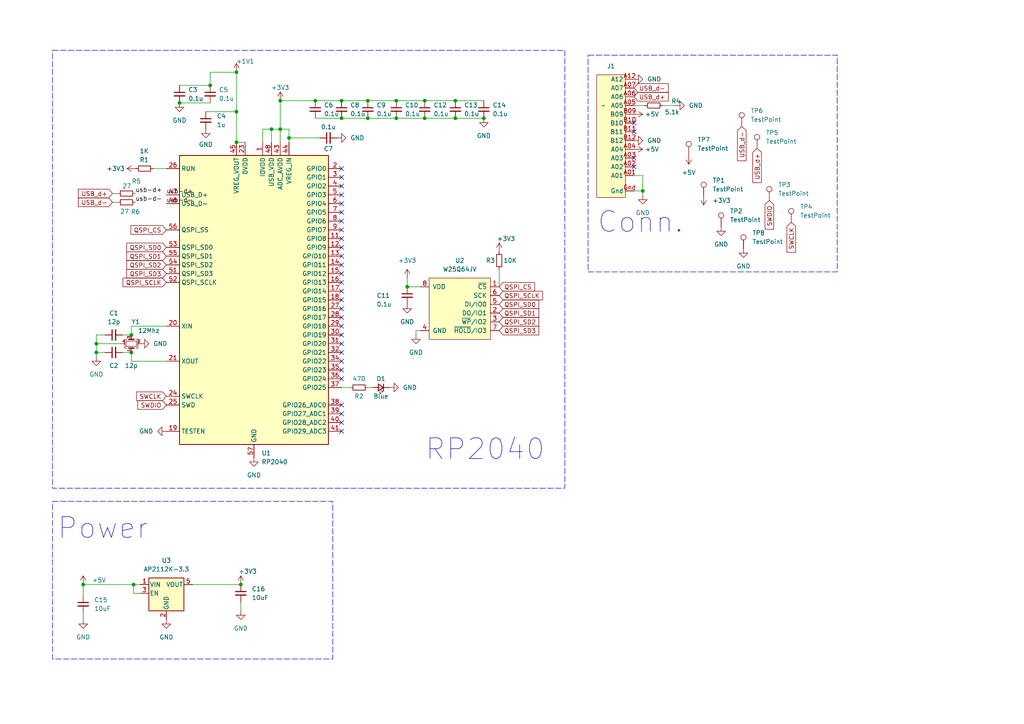
<source format=kicad_sch>
(kicad_sch (version 20230121) (generator eeschema)
  (paper "A4")
  (lib_symbols
    (symbol "CM4IO:TestPoint" (pin_numbers hide) (pin_names (offset 0.762) hide)
      (property "Reference" "TP" (at 0 6.858 0))
      (property "Value" "TestPoint" (at 0 5.08 0))
      (symbol "TestPoint_0_1"
        (circle (center 0 3.302) (radius 0.762))
      )
      (symbol "TestPoint_1_1"
        (pin passive line (at 0 0 90) (length 2.54) (name "1") (number "1"))
      )
    )
    (symbol "Device:C_Small" (pin_numbers hide) (pin_names (offset 0.254) hide)
      (property "Reference" "C" (at 0.254 1.778 0))
      (property "Value" "C_Small" (at 0.254 -2.032 0))
      (symbol "C_Small_0_1"
        (polyline (pts (xy -1.524 -0.508) (xy 1.524 -0.508)) (stroke (width 0.3302)))
        (polyline (pts (xy -1.524 0.508) (xy 1.524 0.508)) (stroke (width 0.3048)))
      )
      (symbol "C_Small_1_1"
        (pin passive line (at 0 2.54 270) (length 2.032) (name "~") (number "1"))
        (pin passive line (at 0 -2.54 90) (length 2.032) (name "~") (number "2"))
      )
    )
    (symbol "Device:Crystal_GND24_Small" (pin_names (offset 1.016) hide)
      (property "Reference" "Y" (at 1.27 4.445 0))
      (property "Value" "Crystal_GND24_Small" (at 1.27 2.54 0))
      (symbol "Crystal_GND24_Small_0_1"
        (rectangle (start -0.762 -1.524) (end 0.762 1.524))
        (polyline (pts (xy -1.27 -0.762) (xy -1.27 0.762)) (stroke (width 0.381)))
        (polyline (pts (xy 1.27 -0.762) (xy 1.27 0.762)) (stroke (width 0.381)))
        (polyline (pts (xy -1.27 -1.27) (xy -1.27 -1.905) (xy 1.27 -1.905) (xy 1.27 -1.27)))
        (polyline (pts (xy -1.27 1.27) (xy -1.27 1.905) (xy 1.27 1.905) (xy 1.27 1.27)))
      )
      (symbol "Crystal_GND24_Small_1_1"
        (pin passive line (at -2.54 0 0) (length 1.27) (name "1") (number "1"))
        (pin passive line (at 0 -2.54 90) (length 0.635) (name "2") (number "2"))
        (pin passive line (at 2.54 0 180) (length 1.27) (name "3") (number "3"))
        (pin passive line (at 0 2.54 270) (length 0.635) (name "4") (number "4"))
      )
    )
    (symbol "Device:LED_Small" (pin_numbers hide) (pin_names (offset 0.254) hide)
      (property "Reference" "D" (at -1.27 3.175 0))
      (property "Value" "LED_Small" (at -4.445 -2.54 0))
      (symbol "LED_Small_0_1"
        (polyline (pts (xy -0.762 -1.016) (xy -0.762 1.016)) (stroke (width 0.254)))
        (polyline (pts (xy 1.016 0) (xy -0.762 0)))
        (polyline (pts (xy 0.762 -1.016) (xy -0.762 0) (xy 0.762 1.016) (xy 0.762 -1.016)) (stroke (width 0.254)))
        (polyline (pts (xy 0 0.762) (xy -0.508 1.27) (xy -0.254 1.27) (xy -0.508 1.27) (xy -0.508 1.016)))
        (polyline (pts (xy 0.508 1.27) (xy 0 1.778) (xy 0.254 1.778) (xy 0 1.778) (xy 0 1.524)))
      )
      (symbol "LED_Small_1_1"
        (pin passive line (at -2.54 0 0) (length 1.778) (name "K") (number "1"))
        (pin passive line (at 2.54 0 180) (length 1.778) (name "A") (number "2"))
      )
    )
    (symbol "Device:R_Small" (pin_numbers hide) (pin_names (offset 0.254) hide)
      (property "Reference" "R" (at 0.762 0.508 0))
      (property "Value" "R_Small" (at 0.762 -1.016 0))
      (symbol "R_Small_0_1"
        (rectangle (start -0.762 1.778) (end 0.762 -1.778) (stroke (width 0.2032)))
      )
      (symbol "R_Small_1_1"
        (pin passive line (at 0 2.54 270) (length 0.762) (name "~") (number "1"))
        (pin passive line (at 0 -2.54 90) (length 0.762) (name "~") (number "2"))
      )
    )
    (symbol "Library:PLUG-USBC-121SMT-4BS2S"
      (property "Reference" "J" (at -0.635 6.35 0))
      (symbol "PLUG-USBC-121SMT-4BS2S_1_1"
        (rectangle (start -1.905 8.89) (end 6.35 -26.67) (fill (type background)))
        (pin bidirectional line (at 8.89 -20.32 180) (length 2.54) (name "A01") (number "A01"))
        (pin bidirectional line (at 8.89 -17.78 180) (length 2.54) (name "A02") (number "A02"))
        (pin bidirectional line (at 8.89 -15.24 180) (length 2.54) (name "A03") (number "A03"))
        (pin bidirectional line (at 8.89 -12.7 180) (length 2.54) (name "A04") (number "A04"))
        (pin bidirectional line (at 8.89 0 180) (length 2.54) (name "A05") (number "A05"))
        (pin bidirectional line (at 8.89 2.54 180) (length 2.54) (name "A06") (number "A06"))
        (pin bidirectional line (at 8.89 5.08 180) (length 2.54) (name "A07") (number "A07"))
        (pin bidirectional line (at 8.89 7.62 180) (length 2.54) (name "A12") (number "A12"))
        (pin bidirectional line (at 8.89 -2.54 180) (length 2.54) (name "B09") (number "B09"))
        (pin bidirectional line (at 8.89 -5.08 180) (length 2.54) (name "B10") (number "B10"))
        (pin bidirectional line (at 8.89 -7.62 180) (length 2.54) (name "B11") (number "B11"))
        (pin bidirectional line (at 8.89 -10.16 180) (length 2.54) (name "B12") (number "B12"))
        (pin bidirectional line (at 8.89 -24.765 180) (length 2.54) (name "Gnd") (number "Gnd"))
      )
    )
    (symbol "MCU_RaspberryPi:RP2040"
      (property "Reference" "U1" (at 2.1941 -44.45 0))
      (property "Value" "RP2040" (at 2.1941 -46.99 0))
      (symbol "RP2040_0_1"
        (rectangle (start -21.59 41.91) (end 21.59 -41.91) (stroke (width 0.254)) (fill (type background)))
      )
      (symbol "RP2040_1_1"
        (pin power_in line (at 2.54 45.72 270) (length 3.81) (name "IOVDD") (number "1"))
        (pin passive line (at 2.54 45.72 270) (length 3.81) hide (name "IOVDD") (number "10"))
        (pin bidirectional line (at 25.4 17.78 180) (length 3.81) (name "GPIO8") (number "11"))
        (pin bidirectional line (at 25.4 15.24 180) (length 3.81) (name "GPIO9") (number "12"))
        (pin bidirectional line (at 25.4 12.7 180) (length 3.81) (name "GPIO10") (number "13"))
        (pin bidirectional line (at 25.4 10.16 180) (length 3.81) (name "GPIO11") (number "14"))
        (pin bidirectional line (at 25.4 7.62 180) (length 3.81) (name "GPIO12") (number "15"))
        (pin bidirectional line (at 25.4 5.08 180) (length 3.81) (name "GPIO13") (number "16"))
        (pin bidirectional line (at 25.4 2.54 180) (length 3.81) (name "GPIO14") (number "17"))
        (pin bidirectional line (at 25.4 0 180) (length 3.81) (name "GPIO15") (number "18"))
        (pin input line (at -25.4 -38.1 0) (length 3.81) (name "TESTEN") (number "19"))
        (pin bidirectional line (at 25.4 38.1 180) (length 3.81) (name "GPIO0") (number "2"))
        (pin input line (at -25.4 -7.62 0) (length 3.81) (name "XIN") (number "20"))
        (pin passive line (at -25.4 -17.78 0) (length 3.81) (name "XOUT") (number "21"))
        (pin passive line (at 2.54 45.72 270) (length 3.81) hide (name "IOVDD") (number "22"))
        (pin power_in line (at -2.54 45.72 270) (length 3.81) (name "DVDD") (number "23"))
        (pin input line (at -25.4 -27.94 0) (length 3.81) (name "SWCLK") (number "24"))
        (pin bidirectional line (at -25.4 -30.48 0) (length 3.81) (name "SWD") (number "25"))
        (pin input line (at -25.4 38.1 0) (length 3.81) (name "RUN") (number "26"))
        (pin bidirectional line (at 25.4 -2.54 180) (length 3.81) (name "GPIO16") (number "27"))
        (pin bidirectional line (at 25.4 -5.08 180) (length 3.81) (name "GPIO17") (number "28"))
        (pin bidirectional line (at 25.4 -7.62 180) (length 3.81) (name "GPIO18") (number "29"))
        (pin bidirectional line (at 25.4 35.56 180) (length 3.81) (name "GPIO1") (number "3"))
        (pin bidirectional line (at 25.4 -10.16 180) (length 3.81) (name "GPIO19") (number "30"))
        (pin bidirectional line (at 25.4 -12.7 180) (length 3.81) (name "GPIO20") (number "31"))
        (pin bidirectional line (at 25.4 -15.24 180) (length 3.81) (name "GPIO21") (number "32"))
        (pin passive line (at 2.54 45.72 270) (length 3.81) hide (name "IOVDD") (number "33"))
        (pin bidirectional line (at 25.4 -17.78 180) (length 3.81) (name "GPIO22") (number "34"))
        (pin bidirectional line (at 25.4 -20.32 180) (length 3.81) (name "GPIO23") (number "35"))
        (pin bidirectional line (at 25.4 -22.86 180) (length 3.81) (name "GPIO24") (number "36"))
        (pin bidirectional line (at 25.4 -25.4 180) (length 3.81) (name "GPIO25") (number "37"))
        (pin bidirectional line (at 25.4 -30.48 180) (length 3.81) (name "GPIO26_ADC0") (number "38"))
        (pin bidirectional line (at 25.4 -33.02 180) (length 3.81) (name "GPIO27_ADC1") (number "39"))
        (pin bidirectional line (at 25.4 33.02 180) (length 3.81) (name "GPIO2") (number "4"))
        (pin bidirectional line (at 25.4 -35.56 180) (length 3.81) (name "GPIO28_ADC2") (number "40"))
        (pin bidirectional line (at 25.4 -38.1 180) (length 3.81) (name "GPIO29_ADC3") (number "41"))
        (pin passive line (at 2.54 45.72 270) (length 3.81) hide (name "IOVDD") (number "42"))
        (pin power_in line (at 7.62 45.72 270) (length 3.81) (name "ADC_AVDD") (number "43"))
        (pin power_in line (at 10.16 45.72 270) (length 3.81) (name "VREG_IN") (number "44"))
        (pin power_out line (at -5.08 45.72 270) (length 3.81) (name "VREG_VOUT") (number "45"))
        (pin bidirectional line (at -25.4 27.94 0) (length 3.81) (name "USB_D-") (number "46"))
        (pin bidirectional line (at -25.4 30.48 0) (length 3.81) (name "USB_D+") (number "47"))
        (pin power_in line (at 5.08 45.72 270) (length 3.81) (name "USB_VDD") (number "48"))
        (pin passive line (at 2.54 45.72 270) (length 3.81) hide (name "IOVDD") (number "49"))
        (pin bidirectional line (at 25.4 30.48 180) (length 3.81) (name "GPIO3") (number "5"))
        (pin passive line (at -2.54 45.72 270) (length 3.81) hide (name "DVDD") (number "50"))
        (pin bidirectional line (at -25.4 7.62 0) (length 3.81) (name "QSPI_SD3") (number "51"))
        (pin output line (at -25.4 5.08 0) (length 3.81) (name "QSPI_SCLK") (number "52"))
        (pin bidirectional line (at -25.4 15.24 0) (length 3.81) (name "QSPI_SD0") (number "53"))
        (pin bidirectional line (at -25.4 10.16 0) (length 3.81) (name "QSPI_SD2") (number "54"))
        (pin bidirectional line (at -25.4 12.7 0) (length 3.81) (name "QSPI_SD1") (number "55"))
        (pin bidirectional line (at -25.4 20.32 0) (length 3.81) (name "QSPI_SS") (number "56"))
        (pin power_in line (at 0 -45.72 90) (length 3.81) (name "GND") (number "57"))
        (pin bidirectional line (at 25.4 27.94 180) (length 3.81) (name "GPIO4") (number "6"))
        (pin bidirectional line (at 25.4 25.4 180) (length 3.81) (name "GPIO5") (number "7"))
        (pin bidirectional line (at 25.4 22.86 180) (length 3.81) (name "GPIO6") (number "8"))
        (pin bidirectional line (at 25.4 20.32 180) (length 3.81) (name "GPIO7") (number "9"))
      )
    )
    (symbol "Memory_Flash_Extra:W25Q64JV" (pin_names (offset 1.016))
      (property "Reference" "U1" (at 0 13.97 0))
      (property "Value" "W25Q64JV" (at 0 11.43 0))
      (symbol "W25Q64JV_0_1"
        (rectangle (start -8.89 8.89) (end 8.89 -8.89) (fill (type background)))
      )
      (symbol "W25Q64JV_1_1"
        (pin input line (at 11.43 6.35 180) (length 2.54) (name "~{CS}") (number "1"))
        (pin bidirectional line (at 11.43 -1.27 180) (length 2.54) (name "DO/IO1") (number "2"))
        (pin bidirectional line (at 11.43 -3.81 180) (length 2.54) (name "~{WP}/IO2") (number "3"))
        (pin power_in line (at -11.43 -6.35 0) (length 2.54) (name "GND") (number "4"))
        (pin bidirectional line (at 11.43 1.27 180) (length 2.54) (name "DI/IO0") (number "5"))
        (pin input line (at 11.43 3.81 180) (length 2.54) (name "SCK") (number "6"))
        (pin bidirectional line (at 11.43 -6.35 180) (length 2.54) (name "~{HOLD}/IO3") (number "7"))
        (pin power_in line (at -11.43 6.35 0) (length 2.54) (name "VDD") (number "8"))
      )
    )
    (symbol "Regulator_Linear:AP2112K-3.3" (pin_names (offset 0.254))
      (property "Reference" "U" (at -5.08 5.715 0))
      (property "Value" "AP2112K-3.3" (at 0 5.715 0))
      (symbol "AP2112K-3.3_0_1"
        (rectangle (start -5.08 4.445) (end 5.08 -5.08) (stroke (width 0.254)) (fill (type background)))
      )
      (symbol "AP2112K-3.3_1_1"
        (pin power_in line (at -7.62 2.54 0) (length 2.54) (name "VIN") (number "1"))
        (pin power_in line (at 0 -7.62 90) (length 2.54) (name "GND") (number "2"))
        (pin input line (at -7.62 0 0) (length 2.54) (name "EN") (number "3"))
        (pin no_connect line (at 5.08 0 180) (length 2.54) hide (name "NC") (number "4"))
        (pin power_out line (at 7.62 2.54 180) (length 2.54) (name "VOUT") (number "5"))
      )
    )
    (symbol "power:+1V1" (power) (pin_names (offset 0))
      (property "Value" "+1V1" (at 0 3.556 0))
      (symbol "+1V1_0_1"
        (polyline (pts (xy -0.762 1.27) (xy 0 2.54)))
        (polyline (pts (xy 0 0) (xy 0 2.54)))
        (polyline (pts (xy 0 2.54) (xy 0.762 1.27)))
      )
      (symbol "+1V1_1_1"
        (pin power_in line (at 0 0 90) (length 0) hide (name "+1V1") (number "1"))
      )
    )
    (symbol "power:+3.3V" (power) (pin_names (offset 0))
      (property "Value" "+3.3V" (at 0 3.556 0))
      (symbol "+3.3V_0_1"
        (polyline (pts (xy -0.762 1.27) (xy 0 2.54)))
        (polyline (pts (xy 0 0) (xy 0 2.54)))
        (polyline (pts (xy 0 2.54) (xy 0.762 1.27)))
      )
      (symbol "+3.3V_1_1"
        (pin power_in line (at 0 0 90) (length 0) hide (name "+3V3") (number "1"))
      )
    )
    (symbol "power:+5V" (power) (pin_names (offset 0))
      (property "Value" "+5V" (at 0 3.556 0))
      (symbol "+5V_0_1"
        (polyline (pts (xy -0.762 1.27) (xy 0 2.54)))
        (polyline (pts (xy 0 0) (xy 0 2.54)))
        (polyline (pts (xy 0 2.54) (xy 0.762 1.27)))
      )
      (symbol "+5V_1_1"
        (pin power_in line (at 0 0 90) (length 0) hide (name "+5V") (number "1"))
      )
    )
    (symbol "power:GND" (power) (pin_names (offset 0))
      (property "Value" "GND" (at 0 -3.81 0))
      (symbol "GND_0_1"
        (polyline (pts (xy 0 0) (xy 0 -1.27) (xy 1.27 -1.27) (xy 0 -2.54) (xy -1.27 -1.27) (xy 0 -1.27)))
      )
      (symbol "GND_1_1"
        (pin power_in line (at 0 0 270) (length 0) hide (name "GND") (number "1"))
      )
    )
  )
  (junction (at 68.58 20.955))
  (junction (at 38.1 102.235))
  (junction (at 52.07 29.845))
  (junction (at 69.85 169.545))
  (junction (at 60.96 24.765))
  (junction (at 140.335 34.29))
  (junction (at 186.436 55.372))
  (junction (at 38.735 169.545))
  (junction (at 114.935 34.29))
  (junction (at 99.06 29.21))
  (junction (at 78.74 37.465))
  (junction (at 118.11 83.185))
  (junction (at 68.58 41.275))
  (junction (at 68.58 32.385))
  (junction (at 106.68 29.21))
  (junction (at 132.08 29.21))
  (junction (at 123.19 29.21))
  (junction (at 99.06 34.29))
  (junction (at 106.68 34.29))
  (junction (at 81.28 37.465))
  (junction (at 27.94 99.695))
  (junction (at 83.82 40.005))
  (junction (at 114.935 29.21))
  (junction (at 27.94 102.235))
  (junction (at 91.44 29.21))
  (junction (at 123.19 34.29))
  (junction (at 132.08 34.29))
  (junction (at 24.13 169.545))
  (junction (at 38.1 97.155))
  (junction (at 81.28 29.21))
  (no_connect (at 99.06 59.055))
  (no_connect (at 99.06 122.555))
  (no_connect (at 99.06 53.975))
  (no_connect (at 99.06 92.075))
  (no_connect (at 99.06 120.015))
  (no_connect (at 99.06 79.375))
  (no_connect (at 99.06 109.855))
  (no_connect (at 99.06 74.295))
  (no_connect (at 183.896 38.227))
  (no_connect (at 183.896 48.387))
  (no_connect (at 99.06 69.215))
  (no_connect (at 99.06 86.995))
  (no_connect (at 99.06 125.095))
  (no_connect (at 99.06 51.435))
  (no_connect (at 99.06 84.455))
  (no_connect (at 99.06 89.535))
  (no_connect (at 99.06 102.235))
  (no_connect (at 99.06 56.515))
  (no_connect (at 99.06 71.755))
  (no_connect (at 99.06 107.315))
  (no_connect (at 99.06 94.615))
  (no_connect (at 99.06 97.155))
  (no_connect (at 99.06 104.775))
  (no_connect (at 183.896 45.847))
  (no_connect (at 99.06 76.835))
  (no_connect (at 99.06 48.895))
  (no_connect (at 99.06 81.915))
  (no_connect (at 99.06 61.595))
  (no_connect (at 99.06 117.475))
  (no_connect (at 99.06 66.675))
  (no_connect (at 99.06 64.135))
  (no_connect (at 183.896 35.687))
  (no_connect (at 99.06 99.695))
  (wire (pts (xy 76.2 37.465) (xy 78.74 37.465)))
  (wire (pts (xy 99.06 112.395) (xy 101.6 112.395)))
  (wire (pts (xy 24.13 169.545) (xy 24.13 172.72)))
  (wire (pts (xy 32.639 58.674) (xy 34.163 58.674)))
  (wire (pts (xy 99.06 34.29) (xy 106.68 34.29)))
  (wire (pts (xy 52.07 24.765) (xy 60.96 24.765)))
  (wire (pts (xy 24.13 169.545) (xy 38.735 169.545)))
  (wire (pts (xy 27.94 99.695) (xy 35.56 99.695)))
  (wire (pts (xy 120.65 97.155) (xy 120.65 95.885)))
  (wire (pts (xy 68.58 41.275) (xy 71.12 41.275)))
  (wire (pts (xy 78.74 37.465) (xy 81.28 37.465)))
  (wire (pts (xy 114.935 29.21) (xy 123.19 29.21)))
  (wire (pts (xy 106.68 29.21) (xy 114.935 29.21)))
  (wire (pts (xy 106.68 112.395) (xy 107.95 112.395)))
  (wire (pts (xy 132.08 34.29) (xy 140.335 34.29)))
  (wire (pts (xy 83.82 37.465) (xy 83.82 40.005)))
  (wire (pts (xy 183.896 55.372) (xy 186.436 55.372)))
  (wire (pts (xy 81.28 29.21) (xy 91.44 29.21)))
  (wire (pts (xy 30.48 97.155) (xy 27.94 97.155)))
  (wire (pts (xy 183.896 30.607) (xy 187.071 30.607)))
  (wire (pts (xy 118.11 83.185) (xy 118.11 80.645)))
  (wire (pts (xy 27.94 97.155) (xy 27.94 99.695)))
  (wire (pts (xy 192.151 30.607) (xy 195.961 30.607)))
  (wire (pts (xy 83.82 40.005) (xy 92.71 40.005)))
  (wire (pts (xy 40.64 172.085) (xy 38.735 172.085)))
  (wire (pts (xy 114.935 34.29) (xy 123.19 34.29)))
  (wire (pts (xy 91.44 34.29) (xy 99.06 34.29)))
  (wire (pts (xy 32.639 56.134) (xy 34.163 56.134)))
  (wire (pts (xy 99.06 29.21) (xy 106.68 29.21)))
  (wire (pts (xy 38.1 104.775) (xy 38.1 102.235)))
  (wire (pts (xy 69.85 177.165) (xy 69.85 174.625)))
  (wire (pts (xy 48.26 104.775) (xy 38.1 104.775)))
  (wire (pts (xy 68.58 32.385) (xy 59.69 32.385)))
  (wire (pts (xy 106.68 34.29) (xy 114.935 34.29)))
  (wire (pts (xy 76.2 41.275) (xy 76.2 37.465)))
  (wire (pts (xy 186.436 55.372) (xy 186.436 56.642)))
  (wire (pts (xy 48.26 94.615) (xy 38.1 94.615)))
  (wire (pts (xy 78.74 37.465) (xy 78.74 41.275)))
  (wire (pts (xy 91.44 29.21) (xy 99.06 29.21)))
  (wire (pts (xy 60.96 20.955) (xy 68.58 20.955)))
  (wire (pts (xy 52.07 29.845) (xy 60.96 29.845)))
  (wire (pts (xy 183.896 50.927) (xy 186.436 50.927)))
  (wire (pts (xy 38.735 169.545) (xy 40.64 169.545)))
  (wire (pts (xy 35.56 97.155) (xy 38.1 97.155)))
  (wire (pts (xy 48.26 48.895) (xy 44.45 48.895)))
  (wire (pts (xy 38.735 172.085) (xy 38.735 169.545)))
  (wire (pts (xy 27.94 99.695) (xy 27.94 102.235)))
  (wire (pts (xy 81.28 29.21) (xy 81.28 37.465)))
  (wire (pts (xy 121.92 83.185) (xy 118.11 83.185)))
  (wire (pts (xy 68.58 41.275) (xy 68.58 32.385)))
  (wire (pts (xy 24.13 179.705) (xy 24.13 177.8)))
  (wire (pts (xy 81.28 37.465) (xy 81.28 41.275)))
  (wire (pts (xy 123.19 34.29) (xy 132.08 34.29)))
  (wire (pts (xy 27.94 102.235) (xy 30.48 102.235)))
  (wire (pts (xy 35.56 102.235) (xy 38.1 102.235)))
  (wire (pts (xy 83.82 40.005) (xy 83.82 41.275)))
  (wire (pts (xy 55.88 169.545) (xy 69.85 169.545)))
  (wire (pts (xy 123.19 29.21) (xy 132.08 29.21)))
  (wire (pts (xy 120.65 95.885) (xy 121.92 95.885)))
  (wire (pts (xy 81.28 37.465) (xy 83.82 37.465)))
  (wire (pts (xy 132.08 29.21) (xy 140.335 29.21)))
  (wire (pts (xy 27.94 102.235) (xy 27.94 103.505)))
  (wire (pts (xy 144.78 78.105) (xy 144.78 83.185)))
  (wire (pts (xy 186.436 50.927) (xy 186.436 55.372)))
  (wire (pts (xy 68.58 20.955) (xy 68.58 32.385)))
  (wire (pts (xy 38.1 94.615) (xy 38.1 97.155)))
  (wire (pts (xy 60.96 24.765) (xy 60.96 20.955)))
  (rectangle (start 15.24 14.605) (end 163.83 141.605) (stroke (width 0) (type dash)))
  (rectangle (start 15.24 145.415) (end 96.52 191.135) (stroke (width 0) (type dash)))
  (rectangle (start 170.561 16.002) (end 242.824 78.867) (stroke (width 0) (type dash)))
  (text "Power" (at 16.51 156.845 0) (effects (font (size 6 6)) (justify left bottom)))
  (text "RP2040" (at 123.19 133.985 0) (effects (font (size 6 6)) (justify left bottom)))
  (text "Conn." (at 173.101 68.072 0) (effects (font (size 6 6)) (justify left bottom)))
  (label "usb-d-" (at 39.243 58.674 0))
  (label "usb-d+" (at 39.243 56.134 0))
  (label "usb-d+" (at 48.26 56.515 0))
  (label "usb-d-" (at 48.26 59.055 0))
  (global_label "QSPI_SD0" (shape input) (at 48.26 71.755 180) (property "Intersheetrefs" "${INTERSHEET_REFS}" (effects hide)))
  (global_label "USB_d-" (shape input) (at 215.138 36.703 270) (property "Intersheetrefs" "${INTERSHEET_REFS}" (effects hide)))
  (global_label "USB_d+" (shape input) (at 32.639 56.134 180) (property "Intersheetrefs" "${INTERSHEET_REFS}" (effects hide)))
  (global_label "QSPI_SD3" (shape input) (at 144.78 95.885 0) (property "Intersheetrefs" "${INTERSHEET_REFS}" (effects hide)))
  (global_label "QSPI_CS" (shape input) (at 144.78 83.185 0) (property "Intersheetrefs" "${INTERSHEET_REFS}" (effects hide)))
  (global_label "SWDIO" (shape input) (at 48.26 117.475 180) (property "Intersheetrefs" "${INTERSHEET_REFS}" (effects hide)))
  (global_label "QSPI_CS" (shape input) (at 48.26 66.675 180) (property "Intersheetrefs" "${INTERSHEET_REFS}" (effects hide)))
  (global_label "QSPI_SD3" (shape input) (at 48.26 79.375 180) (property "Intersheetrefs" "${INTERSHEET_REFS}" (effects hide)))
  (global_label "QSPI_SCLK" (shape input) (at 48.26 81.915 180) (property "Intersheetrefs" "${INTERSHEET_REFS}" (effects hide)))
  (global_label "USB_d+" (shape input) (at 219.583 43.053 270) (property "Intersheetrefs" "${INTERSHEET_REFS}" (effects hide)))
  (global_label "QSPI_SD2" (shape input) (at 144.78 93.345 0) (property "Intersheetrefs" "${INTERSHEET_REFS}" (effects hide)))
  (global_label "SWCLK" (shape input) (at 229.489 64.516 270) (property "Intersheetrefs" "${INTERSHEET_REFS}" (effects hide)))
  (global_label "USB_d-" (shape input) (at 32.639 58.674 180) (property "Intersheetrefs" "${INTERSHEET_REFS}" (effects hide)))
  (global_label "USB_d-" (shape input) (at 183.896 25.527 0) (property "Intersheetrefs" "${INTERSHEET_REFS}" (effects hide)))
  (global_label "SWDIO" (shape input) (at 223.139 58.166 270) (property "Intersheetrefs" "${INTERSHEET_REFS}" (effects hide)))
  (global_label "QSPI_SD1" (shape input) (at 144.78 90.805 0) (property "Intersheetrefs" "${INTERSHEET_REFS}" (effects hide)))
  (global_label "QSPI_SCLK" (shape input) (at 144.78 85.725 0) (property "Intersheetrefs" "${INTERSHEET_REFS}" (effects hide)))
  (global_label "QSPI_SD0" (shape input) (at 144.78 88.265 0) (property "Intersheetrefs" "${INTERSHEET_REFS}" (effects hide)))
  (global_label "USB_d+" (shape input) (at 183.896 28.067 0) (property "Intersheetrefs" "${INTERSHEET_REFS}" (effects hide)))
  (global_label "SWCLK" (shape input) (at 48.26 114.935 180) (property "Intersheetrefs" "${INTERSHEET_REFS}" (effects hide)))
  (global_label "QSPI_SD1" (shape input) (at 48.26 74.295 180) (property "Intersheetrefs" "${INTERSHEET_REFS}" (effects hide)))
  (global_label "QSPI_SD2" (shape input) (at 48.26 76.835 180) (property "Intersheetrefs" "${INTERSHEET_REFS}" (effects hide)))
  (symbol (lib_id "power:GND") (at 140.335 34.29 0) (unit 1)
    (property "Reference" "#PWR015" (effects hide))
    (property "Value" "GND" (at 140.335 39.37 0))
  )
  (symbol (lib_id "power:+3.3V") (at 81.28 29.21 0) (unit 1)
    (property "Reference" "#PWR09" (effects hide))
    (property "Value" "+3.3V" (at 81.28 25.4 0))
  )
  (symbol (lib_id "power:GND") (at 118.11 88.265 0) (unit 1)
    (property "Reference" "#PWR013" (effects hide))
    (property "Value" "GND" (at 118.11 93.345 0))
  )
  (symbol (lib_id "power:GND") (at 183.896 22.987 90) (unit 1)
    (property "Reference" "#PWR023" (effects hide))
    (property "Value" "GND" (at 187.706 22.987 90) (effects (justify right)))
  )
  (symbol (lib_id "Device:R_Small") (at 189.611 30.607 270) (unit 1)
    (property "Reference" "R4" (at 194.691 29.337 90) (effects (justify left)))
    (property "Value" "5.1k" (at 192.786 32.512 90) (effects (justify left)))
    (property "Footprint" "Resistor_SMD:R_0402_1005Metric" (effects hide))
  )
  (symbol (lib_id "power:GND") (at 52.07 29.845 0) (unit 1)
    (property "Reference" "#PWR05" (effects hide))
    (property "Value" "GND" (at 52.07 34.925 0))
  )
  (symbol (lib_id "Device:R_Small") (at 36.703 58.674 90) (unit 1)
    (property "Reference" "R6" (at 40.64 61.468 90) (effects (justify left)))
    (property "Value" "27" (at 37.465 61.341 90) (effects (justify left)))
    (property "Footprint" "Resistor_SMD:R_0603_1608Metric" (effects hide))
  )
  (symbol (lib_id "power:GND") (at 195.961 30.607 90) (unit 1)
    (property "Reference" "#PWR024" (effects hide))
    (property "Value" "GND" (at 199.771 30.607 90) (effects (justify right)))
  )
  (symbol (lib_id "Device:C_Small") (at 69.85 172.085 0) (unit 1)
    (property "Reference" "C16" (at 73.025 170.8212 0) (effects (justify left)))
    (property "Value" "10uF" (at 73.025 173.3612 0) (effects (justify left)))
    (property "Footprint" "Capacitor_SMD:C_0603_1608Metric" (effects hide))
  )
  (symbol (lib_id "Library:PLUG-USBC-121SMT-4BS2S") (at 175.006 30.607 0) (unit 1)
    (property "Reference" "J1" (at 177.2285 19.177 0))
    (property "Value" "~" (at 175.006 30.607 0))
    (property "Footprint" "Library:PLUG-USBC-121SMT-4BS2S" (effects hide))
  )
  (symbol (lib_id "power:GND") (at 48.26 125.095 270) (unit 1)
    (property "Reference" "#PWR04" (effects hide))
    (property "Value" "GND" (at 44.45 125.095 90) (effects (justify right)))
  )
  (symbol (lib_id "Device:C_Small") (at 132.08 31.75 0) (unit 1)
    (property "Reference" "C13" (at 134.62 30.4862 0) (effects (justify left)))
    (property "Value" "0.1u" (at 134.62 33.0262 0) (effects (justify left)))
    (property "Footprint" "Capacitor_SMD:C_0402_1005Metric" (effects hide))
  )
  (symbol (lib_id "Device:R_Small") (at 144.78 75.565 180) (unit 1)
    (property "Reference" "R3" (at 142.24 75.565 0))
    (property "Value" "10K" (at 147.955 75.565 0))
    (property "Footprint" "Resistor_SMD:R_0402_1005Metric" (effects hide))
  )
  (symbol (lib_id "Device:C_Small") (at 59.69 34.925 0) (unit 1)
    (property "Reference" "C4" (at 62.865 33.6612 0) (effects (justify left)))
    (property "Value" "1u" (at 62.865 36.2012 0) (effects (justify left)))
    (property "Footprint" "Capacitor_SMD:C_0603_1608Metric" (effects hide))
  )
  (symbol (lib_id "Memory_Flash_Extra:W25Q64JV") (at 133.35 89.535 0) (unit 1)
    (property "Reference" "U2" (at 133.35 75.565 0))
    (property "Value" "W25Q64JV" (at 133.35 78.105 0))
    (property "Footprint" "Library:SON50P300X200X60-9N" (effects hide))
  )
  (symbol (lib_id "Device:C_Small") (at 52.07 27.305 0) (unit 1)
    (property "Reference" "C3" (at 54.61 26.0412 0) (effects (justify left)))
    (property "Value" "0.1u" (at 54.61 28.5812 0) (effects (justify left)))
    (property "Footprint" "Capacitor_SMD:C_0402_1005Metric" (effects hide))
  )
  (symbol (lib_id "Device:C_Small") (at 114.935 31.75 0) (unit 1)
    (property "Reference" "C10" (at 117.475 30.4862 0) (effects (justify left)))
    (property "Value" "0.1u" (at 117.475 33.0262 0) (effects (justify left)))
    (property "Footprint" "Capacitor_SMD:C_0402_1005Metric" (effects hide))
  )
  (symbol (lib_id "power:+1V1") (at 68.58 20.955 0) (unit 1)
    (property "Reference" "#PWR07" (effects hide))
    (property "Value" "+1V1" (at 71.12 17.78 0))
  )
  (symbol (lib_id "Device:C_Small") (at 33.02 97.155 90) (unit 1)
    (property "Reference" "C1" (at 33.0263 90.805 90))
    (property "Value" "12p" (at 33.0263 93.345 90))
    (property "Footprint" "Capacitor_SMD:C_0402_1005Metric" (effects hide))
  )
  (symbol (lib_id "CM4IO:TestPoint") (at 209.169 65.786 0) (unit 1)
    (property "Reference" "TP2" (at 211.709 61.214 0) (effects (justify left)))
    (property "Value" "TestPoint" (at 211.709 63.754 0) (effects (justify left)))
    (property "Footprint" "TestPoint:TestPoint_Pad_D1.0mm" (effects hide))
  )
  (symbol (lib_id "power:GND") (at 73.66 132.715 0) (unit 1)
    (property "Reference" "#PWR08" (effects hide))
    (property "Value" "GND" (at 73.66 137.795 0))
  )
  (symbol (lib_id "Device:C_Small") (at 106.68 31.75 0) (unit 1)
    (property "Reference" "C9" (at 109.22 30.4862 0) (effects (justify left)))
    (property "Value" "0.1u" (at 109.22 33.0262 0) (effects (justify left)))
    (property "Footprint" "Capacitor_SMD:C_0402_1005Metric" (effects hide))
  )
  (symbol (lib_id "Device:C_Small") (at 118.11 85.725 0) (unit 1)
    (property "Reference" "C11" (at 109.22 85.725 0) (effects (justify left)))
    (property "Value" "0.1u" (at 109.22 88.265 0) (effects (justify left)))
    (property "Footprint" "Capacitor_SMD:C_0402_1005Metric" (effects hide))
  )
  (symbol (lib_id "CM4IO:TestPoint") (at 204.089 56.896 0) (unit 1)
    (property "Reference" "TP1" (at 206.629 52.324 0) (effects (justify left)))
    (property "Value" "TestPoint" (at 206.629 54.864 0) (effects (justify left)))
    (property "Footprint" "TestPoint:TestPoint_Pad_D1.0mm" (effects hide))
  )
  (symbol (lib_id "Device:C_Small") (at 60.96 27.305 0) (unit 1)
    (property "Reference" "C5" (at 63.5 26.0412 0) (effects (justify left)))
    (property "Value" "0.1u" (at 63.5 28.5812 0) (effects (justify left)))
    (property "Footprint" "Capacitor_SMD:C_0402_1005Metric" (effects hide))
  )
  (symbol (lib_id "power:GND") (at 40.64 99.695 90) (unit 1)
    (property "Reference" "#PWR03" (effects hide))
    (property "Value" "GND" (at 44.45 99.6949 90) (effects (justify right)))
  )
  (symbol (lib_id "Device:C_Small") (at 99.06 31.75 0) (unit 1)
    (property "Reference" "C8" (at 101.6 30.4862 0) (effects (justify left)))
    (property "Value" "0.1u" (at 101.6 33.0262 0) (effects (justify left)))
    (property "Footprint" "Capacitor_SMD:C_0402_1005Metric" (effects hide))
  )
  (symbol (lib_id "CM4IO:TestPoint") (at 215.138 36.703 0) (unit 1)
    (property "Reference" "TP6" (at 217.678 32.131 0) (effects (justify left)))
    (property "Value" "TestPoint" (at 217.678 34.671 0) (effects (justify left)))
    (property "Footprint" "TestPoint:TestPoint_Pad_D1.0mm" (effects hide))
  )
  (symbol (lib_id "CM4IO:TestPoint") (at 215.646 72.136 0) (unit 1)
    (property "Reference" "TP8" (at 218.186 67.564 0) (effects (justify left)))
    (property "Value" "TestPoint" (at 218.186 70.104 0) (effects (justify left)))
    (property "Footprint" "TestPoint:TestPoint_Pad_D1.0mm" (effects hide))
  )
  (symbol (lib_id "power:GND") (at 113.03 112.395 90) (unit 1)
    (property "Reference" "#PWR011" (effects hide))
    (property "Value" "GND" (at 116.84 112.395 90) (effects (justify right)))
  )
  (symbol (lib_id "Regulator_Linear:AP2112K-3.3") (at 48.26 172.085 0) (unit 1)
    (property "Reference" "U3" (at 48.26 162.56 0))
    (property "Value" "AP2112K-3.3" (at 48.26 165.1 0))
    (property "Footprint" "Package_TO_SOT_SMD:SOT-23-5" (effects hide))
    (property "Datasheet" "https://www.diodes.com/assets/Datasheets/AP2112.pdf" (effects hide))
  )
  (symbol (lib_id "Device:R_Small") (at 36.703 56.134 90) (unit 1)
    (property "Reference" "R5" (at 40.894 52.578 90) (effects (justify left)))
    (property "Value" "27" (at 38.1 53.975 90) (effects (justify left)))
    (property "Footprint" "Resistor_SMD:R_0603_1608Metric" (effects hide))
  )
  (symbol (lib_id "Device:C_Small") (at 33.02 102.235 90) (unit 1)
    (property "Reference" "C2" (at 33.02 106.045 90))
    (property "Value" "12p" (at 38.1 106.045 90))
    (property "Footprint" "Capacitor_SMD:C_0402_1005Metric" (effects hide))
  )
  (symbol (lib_id "Device:R_Small") (at 104.14 112.395 270) (unit 1)
    (property "Reference" "R2" (at 104.14 114.935 90))
    (property "Value" "470" (at 104.14 109.855 90))
    (property "Footprint" "Resistor_SMD:R_0402_1005Metric" (effects hide))
  )
  (symbol (lib_id "CM4IO:TestPoint") (at 199.771 45.085 0) (unit 1)
    (property "Reference" "TP7" (at 202.311 40.513 0) (effects (justify left)))
    (property "Value" "TestPoint" (at 202.311 43.053 0) (effects (justify left)))
    (property "Footprint" "TestPoint:TestPoint_Pad_D1.0mm" (effects hide))
  )
  (symbol (lib_id "CM4IO:TestPoint") (at 229.489 64.516 0) (unit 1)
    (property "Reference" "TP4" (at 232.029 59.944 0) (effects (justify left)))
    (property "Value" "TestPoint" (at 232.029 62.484 0) (effects (justify left)))
    (property "Footprint" "TestPoint:TestPoint_Pad_D1.0mm" (effects hide))
  )
  (symbol (lib_id "power:GND") (at 59.69 37.465 0) (unit 1)
    (property "Reference" "#PWR06" (effects hide))
    (property "Value" "GND" (at 59.69 41.91 0))
  )
  (symbol (lib_id "Device:C_Small") (at 91.44 31.75 0) (unit 1)
    (property "Reference" "C6" (at 93.98 30.4862 0) (effects (justify left)))
    (property "Value" "0.1u" (at 93.98 33.0262 0) (effects (justify left)))
    (property "Footprint" "Capacitor_SMD:C_0402_1005Metric" (effects hide))
  )
  (symbol (lib_id "power:GND") (at 120.65 97.155 0) (unit 1)
    (property "Reference" "#PWR014" (effects hide))
    (property "Value" "GND" (at 120.65 102.235 0))
  )
  (symbol (lib_id "power:+3.3V") (at 204.089 56.896 180) (unit 1)
    (property "Reference" "#PWR028" (effects hide))
    (property "Value" "+3.3V" (at 206.629 58.166 0) (effects (justify right)))
  )
  (symbol (lib_id "Device:C_Small") (at 95.25 40.005 90) (unit 1)
    (property "Reference" "C7" (at 95.25 43.18 90))
    (property "Value" "0.1u" (at 95.25 36.83 90))
    (property "Footprint" "Capacitor_SMD:C_0402_1005Metric" (effects hide))
  )
  (symbol (lib_id "Device:C_Small") (at 140.335 31.75 0) (unit 1)
    (property "Reference" "C14" (at 142.875 30.4862 0) (effects (justify left)))
    (property "Value" "0.1u" (at 142.875 33.0262 0) (effects (justify left)))
    (property "Footprint" "Capacitor_SMD:C_0402_1005Metric" (effects hide))
  )
  (symbol (lib_id "power:+3.3V") (at 144.78 73.025 0) (unit 1)
    (property "Reference" "#PWR016" (effects hide))
    (property "Value" "+3.3V" (at 144.145 69.215 0) (effects (justify left)))
  )
  (symbol (lib_id "power:GND") (at 209.169 65.786 0) (unit 1)
    (property "Reference" "#PWR029" (effects hide))
    (property "Value" "GND" (at 209.169 70.866 0))
  )
  (symbol (lib_id "power:+3.3V") (at 39.37 48.895 90) (unit 1)
    (property "Reference" "#PWR02" (effects hide))
    (property "Value" "+3.3V" (at 36.195 48.895 90) (effects (justify left)))
  )
  (symbol (lib_id "Device:R_Small") (at 41.91 48.895 90) (unit 1)
    (property "Reference" "R1" (at 43.18 46.3551 90) (effects (justify left)))
    (property "Value" "1K" (at 43.18 43.8151 90) (effects (justify left)))
    (property "Footprint" "Resistor_SMD:R_0402_1005Metric" (effects hide))
  )
  (symbol (lib_id "power:+5V") (at 183.896 43.307 270) (unit 1)
    (property "Reference" "#PWR025" (effects hide))
    (property "Value" "+5V" (at 187.071 43.307 90) (effects (justify left)))
  )
  (symbol (lib_id "power:+5V") (at 199.771 45.085 180) (unit 1)
    (property "Reference" "#PWR030" (effects hide))
    (property "Value" "+5V" (at 199.771 50.038 0))
  )
  (symbol (lib_id "power:+3.3V") (at 69.85 169.545 0) (unit 1)
    (property "Reference" "#PWR020" (effects hide))
    (property "Value" "+3.3V" (at 69.215 165.735 0) (effects (justify left)))
  )
  (symbol (lib_id "Device:LED_Small") (at 110.49 112.395 180) (unit 1)
    (property "Reference" "D1" (at 110.49 109.855 0))
    (property "Value" "Blue" (at 110.49 114.935 0))
    (property "Footprint" "LED_SMD:LED_0603_1608Metric" (effects hide))
  )
  (symbol (lib_id "Device:C_Small") (at 24.13 175.26 0) (unit 1)
    (property "Reference" "C15" (at 27.305 173.9962 0) (effects (justify left)))
    (property "Value" "10uF" (at 27.305 176.5362 0) (effects (justify left)))
    (property "Footprint" "Capacitor_SMD:C_0603_1608Metric" (effects hide))
  )
  (symbol (lib_id "power:GND") (at 24.13 179.705 0) (unit 1)
    (property "Reference" "#PWR018" (effects hide))
    (property "Value" "GND" (at 24.13 184.785 0))
  )
  (symbol (lib_id "Device:Crystal_GND24_Small") (at 38.1 99.695 90) (unit 1)
    (property "Reference" "Y1" (at 39.37 93.345 90))
    (property "Value" "12Mhz" (at 43.18 95.885 90))
    (property "Footprint" "Crystal:Crystal_SMD_3225-4Pin_3.2x2.5mm" (effects hide))
  )
  (symbol (lib_id "power:GND") (at 69.85 177.165 0) (unit 1)
    (property "Reference" "#PWR021" (effects hide))
    (property "Value" "GND" (at 69.85 182.245 0))
  )
  (symbol (lib_id "power:GND") (at 215.646 72.136 0) (unit 1)
    (property "Reference" "#PWR031" (effects hide))
    (property "Value" "GND" (at 215.646 77.216 0))
  )
  (symbol (lib_id "power:+3.3V") (at 118.11 80.645 0) (unit 1)
    (property "Reference" "#PWR012" (effects hide))
    (property "Value" "+3.3V" (at 118.11 75.565 0))
  )
  (symbol (lib_id "power:GND") (at 97.79 40.005 90) (unit 1)
    (property "Reference" "#PWR010" (effects hide))
    (property "Value" "GND" (at 101.6 40.0049 90) (effects (justify right)))
  )
  (symbol (lib_id "power:GND") (at 27.94 103.505 0) (unit 1)
    (property "Reference" "#PWR01" (effects hide))
    (property "Value" "GND" (at 27.94 108.585 0))
  )
  (symbol (lib_id "CM4IO:TestPoint") (at 219.583 43.053 0) (unit 1)
    (property "Reference" "TP5" (at 222.123 38.481 0) (effects (justify left)))
    (property "Value" "TestPoint" (at 222.123 41.021 0) (effects (justify left)))
    (property "Footprint" "TestPoint:TestPoint_Pad_D1.0mm" (effects hide))
  )
  (symbol (lib_id "CM4IO:TestPoint") (at 223.139 58.166 0) (unit 1)
    (property "Reference" "TP3" (at 225.679 53.594 0) (effects (justify left)))
    (property "Value" "TestPoint" (at 225.679 56.134 0) (effects (justify left)))
    (property "Footprint" "TestPoint:TestPoint_Pad_D1.0mm" (effects hide))
  )
  (symbol (lib_id "power:GND") (at 48.26 179.705 0) (unit 1)
    (property "Reference" "#PWR019" (effects hide))
    (property "Value" "GND" (at 48.26 184.785 0))
  )
  (symbol (lib_id "power:GND") (at 186.436 56.642 0) (unit 1)
    (property "Reference" "#PWR022" (effects hide))
    (property "Value" "GND" (at 186.436 61.722 0))
  )
  (symbol (lib_id "power:+5V") (at 24.13 169.545 0) (unit 1)
    (property "Reference" "#PWR017" (effects hide))
    (property "Value" "+5V" (at 26.67 168.2749 0) (effects (justify left)))
  )
  (symbol (lib_id "power:GND") (at 183.896 40.767 90) (unit 1)
    (property "Reference" "#PWR027" (effects hide))
    (property "Value" "GND" (at 187.706 40.767 90) (effects (justify right)))
  )
  (symbol (lib_id "power:+5V") (at 183.896 33.147 270) (unit 1)
    (property "Reference" "#PWR026" (effects hide))
    (property "Value" "+5V" (at 187.071 33.147 90) (effects (justify left)))
  )
  (symbol (lib_id "MCU_RaspberryPi:RP2040") (at 73.66 86.995 0) (unit 1)
    (property "Reference" "U1" (at 75.8541 131.445 0) (effects (justify left)))
    (property "Value" "RP2040" (at 75.8541 133.985 0) (effects (justify left)))
    (property "Footprint" "Package_DFN_QFN:QFN-56-1EP_7x7mm_P0.4mm_EP3.2x3.2mm" (effects hide))
    (property "Datasheet" "https://datasheets.raspberrypi.com/rp2040/rp2040-datasheet.pdf" (effects hide))
  )
  (symbol (lib_id "Device:C_Small") (at 123.19 31.75 0) (unit 1)
    (property "Reference" "C12" (at 125.73 30.4862 0) (effects (justify left)))
    (property "Value" "0.1u" (at 125.73 33.0262 0) (effects (justify left)))
    (property "Footprint" "Capacitor_SMD:C_0402_1005Metric" (effects hide))
  )
)
</source>
